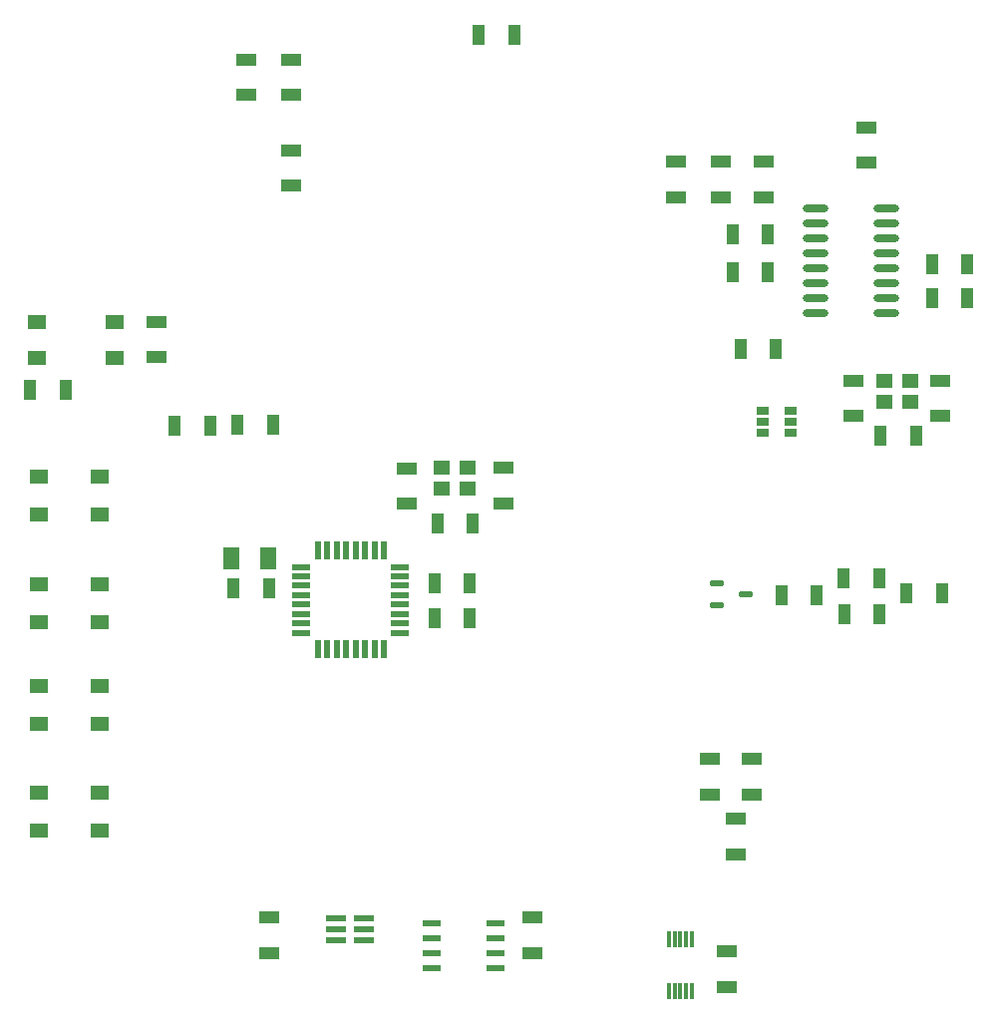
<source format=gtp>
G04*
G04 #@! TF.GenerationSoftware,Altium Limited,Altium Designer,23.3.1 (30)*
G04*
G04 Layer_Color=8421504*
%FSLAX44Y44*%
%MOMM*%
G71*
G04*
G04 #@! TF.SameCoordinates,964EAC65-20B9-4362-A22B-C6E90DBC7DAB*
G04*
G04*
G04 #@! TF.FilePolarity,Positive*
G04*
G01*
G75*
%ADD21R,1.8034X1.1176*%
G04:AMPARAMS|DCode=22|XSize=1.21mm|YSize=0.59mm|CornerRadius=0.1475mm|HoleSize=0mm|Usage=FLASHONLY|Rotation=0.000|XOffset=0mm|YOffset=0mm|HoleType=Round|Shape=RoundedRectangle|*
%AMROUNDEDRECTD22*
21,1,1.2100,0.2950,0,0,0.0*
21,1,0.9150,0.5900,0,0,0.0*
1,1,0.2950,0.4575,-0.1475*
1,1,0.2950,-0.4575,-0.1475*
1,1,0.2950,-0.4575,0.1475*
1,1,0.2950,0.4575,0.1475*
%
%ADD22ROUNDEDRECTD22*%
%ADD23R,1.1176X1.8034*%
%ADD24R,0.3000X1.4500*%
%ADD25R,0.3000X1.4700*%
%ADD26R,1.3998X1.1999*%
%ADD27O,2.2000X0.6096*%
%ADD28R,1.6500X1.2065*%
%ADD29R,1.3716X1.8542*%
%ADD30R,1.0000X0.7000*%
%ADD31R,0.5080X1.5500*%
%ADD32R,1.5500X0.5080*%
%ADD33R,1.5000X1.2000*%
G04:AMPARAMS|DCode=34|XSize=1.61mm|YSize=0.59mm|CornerRadius=0.0738mm|HoleSize=0mm|Usage=FLASHONLY|Rotation=0.000|XOffset=0mm|YOffset=0mm|HoleType=Round|Shape=RoundedRectangle|*
%AMROUNDEDRECTD34*
21,1,1.6100,0.4425,0,0,0.0*
21,1,1.4625,0.5900,0,0,0.0*
1,1,0.1475,0.7313,-0.2213*
1,1,0.1475,-0.7313,-0.2213*
1,1,0.1475,-0.7313,0.2213*
1,1,0.1475,0.7313,0.2213*
%
%ADD34ROUNDEDRECTD34*%
%ADD35R,1.5500X0.6000*%
D21*
X595630Y221234D02*
D03*
Y251206D02*
D03*
X617220Y200406D02*
D03*
Y170434D02*
D03*
X631190Y221234D02*
D03*
Y251206D02*
D03*
X609854Y87884D02*
D03*
Y57912D02*
D03*
X419608Y468660D02*
D03*
Y498632D02*
D03*
X728218Y787654D02*
D03*
Y757682D02*
D03*
X640588Y758444D02*
D03*
Y728472D02*
D03*
X240030Y768096D02*
D03*
Y738124D02*
D03*
X220980Y86614D02*
D03*
Y116586D02*
D03*
X337566Y498064D02*
D03*
Y468092D02*
D03*
X790956Y572516D02*
D03*
Y542544D02*
D03*
X717296D02*
D03*
Y572516D02*
D03*
X566166Y728472D02*
D03*
Y758444D02*
D03*
X604266Y728472D02*
D03*
Y758444D02*
D03*
X201930Y815324D02*
D03*
Y845296D02*
D03*
X240030Y815324D02*
D03*
Y845296D02*
D03*
X125222Y622808D02*
D03*
Y592836D02*
D03*
X444500Y86614D02*
D03*
Y116586D02*
D03*
D22*
X600860Y381660D02*
D03*
X625960Y391160D02*
D03*
X600860Y400660D02*
D03*
D23*
X685800Y390144D02*
D03*
X655828D02*
D03*
X739140Y374142D02*
D03*
X709168D02*
D03*
X738886Y405130D02*
D03*
X708914D02*
D03*
X792226Y392176D02*
D03*
X762254D02*
D03*
X393700Y451358D02*
D03*
X363728D02*
D03*
X224028Y535178D02*
D03*
X194056D02*
D03*
X614680Y664718D02*
D03*
X644652D02*
D03*
X614680Y697230D02*
D03*
X644652D02*
D03*
X429006Y866140D02*
D03*
X399034D02*
D03*
X140716Y534670D02*
D03*
X170688D02*
D03*
X18154Y565150D02*
D03*
X48126D02*
D03*
X361188Y400558D02*
D03*
X391160D02*
D03*
X361188Y371348D02*
D03*
X391160D02*
D03*
X220599Y396748D02*
D03*
X190627D02*
D03*
X770382Y525780D02*
D03*
X740410D02*
D03*
X813816Y642620D02*
D03*
X783844D02*
D03*
Y671830D02*
D03*
X813816D02*
D03*
X651256Y599440D02*
D03*
X621284D02*
D03*
D24*
X560230Y54454D02*
D03*
D25*
X565230D02*
D03*
X570230D02*
D03*
X575230D02*
D03*
X580230D02*
D03*
Y98454D02*
D03*
X575230D02*
D03*
X570230D02*
D03*
X565230D02*
D03*
X560230D02*
D03*
D26*
X389713Y498457D02*
D03*
X367713D02*
D03*
X389713Y481457D02*
D03*
X367712D02*
D03*
X765128Y572104D02*
D03*
X743127D02*
D03*
X765127Y555104D02*
D03*
X743127D02*
D03*
D27*
X685292Y718820D02*
D03*
Y706120D02*
D03*
Y693420D02*
D03*
Y680720D02*
D03*
Y668020D02*
D03*
Y655320D02*
D03*
Y642620D02*
D03*
Y629920D02*
D03*
X744728D02*
D03*
Y642620D02*
D03*
Y655320D02*
D03*
Y668020D02*
D03*
Y680720D02*
D03*
Y693420D02*
D03*
Y706120D02*
D03*
Y718820D02*
D03*
D28*
X25388Y458851D02*
D03*
X77388D02*
D03*
X25388Y491109D02*
D03*
X77388D02*
D03*
X25388Y281051D02*
D03*
X77388D02*
D03*
X25388Y313309D02*
D03*
X77388D02*
D03*
X25388Y367411D02*
D03*
X77388D02*
D03*
X25388Y399669D02*
D03*
X77388D02*
D03*
X25388Y190881D02*
D03*
X77388D02*
D03*
X25388Y223139D02*
D03*
X77388D02*
D03*
D29*
X220345Y422148D02*
D03*
X189103D02*
D03*
D30*
X663389Y528218D02*
D03*
Y537718D02*
D03*
Y547218D02*
D03*
X639764D02*
D03*
Y537718D02*
D03*
Y528218D02*
D03*
D31*
X318244Y344588D02*
D03*
X310370D02*
D03*
X302242D02*
D03*
X294368D02*
D03*
X286240D02*
D03*
X278366D02*
D03*
X270238D02*
D03*
X262364D02*
D03*
Y428588D02*
D03*
X270238D02*
D03*
X278366D02*
D03*
X286240D02*
D03*
X294368D02*
D03*
X302242D02*
D03*
X310370D02*
D03*
X318244D02*
D03*
D32*
X247814Y358648D02*
D03*
Y366522D02*
D03*
Y374650D02*
D03*
Y382524D02*
D03*
Y390652D02*
D03*
Y398526D02*
D03*
Y406654D02*
D03*
Y414528D02*
D03*
X331814D02*
D03*
Y406654D02*
D03*
Y398526D02*
D03*
Y390652D02*
D03*
Y382524D02*
D03*
Y374650D02*
D03*
Y366522D02*
D03*
Y358648D02*
D03*
D33*
X23762Y592060D02*
D03*
X89762Y622060D02*
D03*
Y592060D02*
D03*
X23762Y622060D02*
D03*
D34*
X278110Y116465D02*
D03*
Y106965D02*
D03*
Y97465D02*
D03*
X301010D02*
D03*
Y106965D02*
D03*
Y116465D02*
D03*
D35*
X413080Y74090D02*
D03*
Y86790D02*
D03*
Y99490D02*
D03*
Y112190D02*
D03*
X359080Y74090D02*
D03*
Y86790D02*
D03*
Y99490D02*
D03*
Y112190D02*
D03*
M02*

</source>
